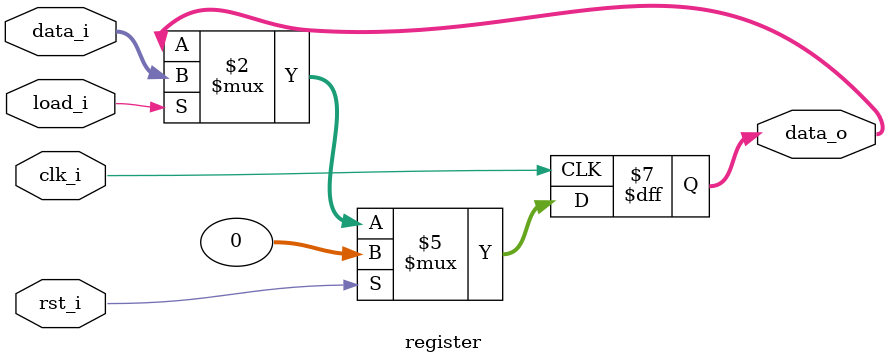
<source format=v>
`default_nettype none

module register #(
    parameter integer DATA_BITS = 32
)(
    input  wire                   clk_i,
    input  wire                   rst_i,
    input  wire                   load_i,
    input  wire [DATA_BITS-1 : 0] data_i,
    output reg [DATA_BITS-1 : 0]  data_o
);

    always @(posedge clk_i) begin
        if (rst_i)       data_o <= 0;
        else if (load_i) data_o <= data_i;
    end

endmodule


</source>
